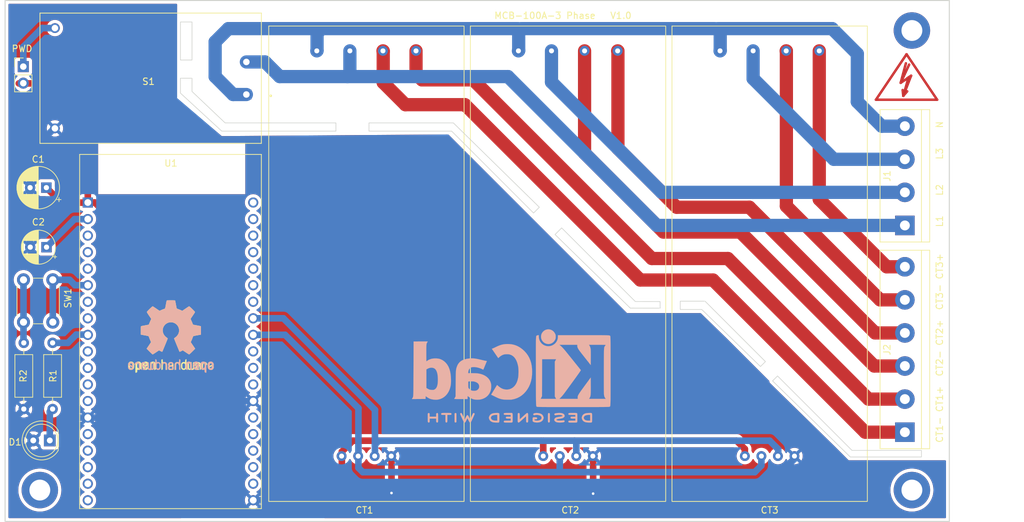
<source format=kicad_pcb>
(kicad_pcb (version 20211014) (generator pcbnew)
  (layers (0 "F.Cu" signal) (31 "B.Cu" signal) (34 "B.Paste" user) (35 "F.Paste" user) (36 "B.SilkS" user "B.Silkscreen") (37 "F.SilkS" user "F.Silkscreen") (38 "B.Mask" user) (39 "F.Mask" user) (44 "Edge.Cuts" user))
  (property "SHEETTOTAL" "2")
  (net 0 "")
  (net 1 "+3.3V")
  (net 2 "GND")
  (net 3 "Net-(C2-Pad1)")
  (net 4 "Net-(D1-Pad1)")
  (net 5 "/N")
  (net 6 "/L1")
  (net 7 "/L2")
  (net 8 "/L3")
  (net 9 "/CT1+")
  (net 10 "/CT1-")
  (net 11 "/CT2+")
  (net 12 "/CT2-")
  (net 13 "/CT3+")
  (net 14 "/CT3-")
  (net 15 "Net-(S1-Pad4)")
  (net 16 "/LED")
  (net 17 "Net-(R2-Pad2)")
  (net 18 "/BOTON")
  (net 40 "RXD2")
  (net 41 "TXD2")
  (net 45 "SDA")
  (net 48 "SCL")
  (footprint "TerminalBlock:TerminalBlock_bornier-4_P5.08mm" (layer "F.Cu") (at 213.73 97.46 90)
    (fp_text reference "J1" (at 7.582 -2.732 90) (layer "F.SilkS"))
    (fp_text value "Aliemtacion AC")
    (pad "1" thru_hole rect (at 0 0 90) (size 3 3) (drill 1.52) (layers *.Cu *.Mask) (net 6 "/L1"))
    (pad "2" thru_hole circle (at 5.08 0 90) (size 3 3) (drill 1.52) (layers *.Cu *.Mask) (net 7 "/L2"))
    (pad "3" thru_hole circle (at 10.16 0 90) (size 3 3) (drill 1.52) (layers *.Cu *.Mask) (net 8 "/L3"))
    (pad "4" thru_hole circle (at 15.24 0 90) (size 3 3) (drill 1.52) (layers *.Cu *.Mask) (net 5 "/N"))
  )
  (footprint "Libs:PZEM04-100A" (layer "F.Cu") (at 131.025333 107.912)
    (fp_text reference "CT1" (at -0.291333 33.274 unlocked) (layer "F.SilkS"))
    (fp_text value "PZEM04-100A")
    (pad "1" thru_hole circle (at -3.796 24.968) (size 1.524 1.524) (drill 0.762) (layers *.Mask "F.Cu" "In1.Cu" "B.Cu") (net 1 "+3.3V"))
    (pad "2" thru_hole circle (at -1.256 24.968) (size 1.524 1.524) (drill 0.762) (layers *.Mask "F.Cu" "In1.Cu" "B.Cu") (net 41 "TXD2"))
    (pad "3" thru_hole circle (at 1.284 24.968) (size 1.524 1.524) (drill 0.762) (layers *.Mask "F.Cu" "In1.Cu" "B.Cu") (net 40 "RXD2"))
    (pad "4" thru_hole circle (at 3.824 24.968) (size 1.524 1.524) (drill 0.762) (layers *.Mask "F.Cu" "In1.Cu" "B.Cu") (net 2 "GND"))
    (pad "5" thru_hole circle (at 7.634 -37.262) (size 1.524 1.524) (drill 0.762) (layers *.Mask "F.Cu" "In1.Cu" "B.Cu") (net 9 "/CT1+"))
    (pad "6" thru_hole circle (at 2.554 -37.262) (size 1.524 1.524) (drill 0.762) (layers *.Mask "F.Cu" "In1.Cu" "B.Cu") (net 10 "/CT1-"))
    (pad "7" thru_hole circle (at -2.526 -37.262) (size 1.524 1.524) (drill 0.762) (layers *.Mask "F.Cu" "In1.Cu" "B.Cu") (net 6 "/L1"))
    (pad "8" thru_hole circle (at -7.606 -37.262) (size 1.524 1.524) (drill 0.762) (layers *.Mask "F.Cu" "In1.Cu" "B.Cu") (net 5 "/N"))
  )
  (footprint "LOGO" (layer "F.Cu") (at 130.48 112.992)
    (fp_text reference "G***" hide)
    (fp_text value "LOGO" hide)
  )
  (footprint "Capacitor_THT:CP_Radial_D5.0mm_P2.50mm" (layer "F.Cu") (at 81.915113 100.8 180)
    (fp_text reference "C2" (at 1.25 3.848) (layer "F.SilkS"))
    (fp_text value "10uF")
    (pad "1" thru_hole rect (at 0 0 180) (size 1.6 1.6) (drill 0.8) (layers *.Cu *.Mask) (net 3 "Net-(C2-Pad1)"))
    (pad "2" thru_hole circle (at 2.5 0 180) (size 1.6 1.6) (drill 0.8) (layers *.Cu *.Mask) (net 2 "GND"))
  )
  (footprint "Libs:CONV_HLK-PM03" (layer "F.Cu") (at 97.904 74.854 180)
    (fp_text reference "S1" (at 0.3284 -0.508) (layer "F.SilkS"))
    (fp_text value "HLK-PM03")
    (pad "1" thru_hole rect locked (at -14.7 -2.5 180) (size 1.508 1.508) (drill 1) (layers *.Cu *.Mask) (net 5 "/N"))
    (pad "2" thru_hole circle locked (at -14.7 2.5 180) (size 1.508 1.508) (drill 1) (layers *.Cu *.Mask) (net 6 "/L1"))
    (pad "3" thru_hole circle locked (at 14.7 -7.7 180) (size 1.508 1.508) (drill 1) (layers *.Cu *.Mask) (net 2 "GND"))
    (pad "4" thru_hole circle locked (at 14.7 7.7 180) (size 1.508 1.508) (drill 1) (layers *.Cu *.Mask) (net 15 "Net-(S1-Pad4)"))
  )
  (footprint "Libs:PZEM04-100A" (layer "F.Cu") (at 192.95 107.912)
    (fp_text reference "CT3" (at 0.014 33.274 unlocked) (layer "F.SilkS"))
    (fp_text value "PZEM04-100A")
    (pad "1" thru_hole circle locked (at -3.796 24.968) (size 1.524 1.524) (drill 0.762) (layers *.Mask "F.Cu" "In1.Cu" "B.Cu") (net 1 "+3.3V"))
    (pad "2" thru_hole circle locked (at -1.256 24.968) (size 1.524 1.524) (drill 0.762) (layers *.Mask "F.Cu" "In1.Cu" "B.Cu") (net 41 "TXD2"))
    (pad "3" thru_hole circle locked (at 1.284 24.968) (size 1.524 1.524) (drill 0.762) (layers *.Mask "F.Cu" "In1.Cu" "B.Cu") (net 40 "RXD2"))
    (pad "4" thru_hole circle locked (at 3.824 24.968) (size 1.524 1.524) (drill 0.762) (layers *.Mask "F.Cu" "In1.Cu" "B.Cu") (net 2 "GND"))
    (pad "5" thru_hole circle locked (at 7.634 -37.262) (size 1.524 1.524) (drill 0.762) (layers *.Mask "F.Cu" "In1.Cu" "B.Cu") (net 13 "/CT3+"))
    (pad "6" thru_hole circle locked (at 2.554 -37.262) (size 1.524 1.524) (drill 0.762) (layers *.Mask "F.Cu" "In1.Cu" "B.Cu") (net 14 "/CT3-"))
    (pad "7" thru_hole circle locked (at -2.526 -37.262) (size 1.524 1.524) (drill 0.762) (layers *.Mask "F.Cu" "In1.Cu" "B.Cu") (net 8 "/L3"))
    (pad "8" thru_hole circle locked (at -7.606 -37.262) (size 1.524 1.524) (drill 0.762) (layers *.Mask "F.Cu" "In1.Cu" "B.Cu") (net 5 "/N"))
  )
  (footprint "Libs:MODULE_ESP32-DEVKITC-32D" (layer "F.Cu") (at 100.954 113.702)
    (fp_text reference "U1" (at 0.062 -25.791) (layer "F.SilkS") (effects (font (size 1.000386 1.000386))))
    (fp_text value "ESP32-38Pines")
    (pad "1" thru_hole rect locked (at -12.7 -19.76) (size 1.56 1.56) (drill 1.04) (layers *.Cu *.Mask) (net 1 "+3.3V"))
    (pad "2" thru_hole circle locked (at -12.7 -17.22) (size 1.56 1.56) (drill 1.04) (layers *.Cu *.Mask) (net 3 "Net-(C2-Pad1)"))
    (pad "3" thru_hole circle locked (at -12.7 -14.68) (size 1.56 1.56) (drill 1.04) (layers *.Cu *.Mask))
    (pad "4" thru_hole circle locked (at -12.7 -12.14) (size 1.56 1.56) (drill 1.04) (layers *.Cu *.Mask))
    (pad "5" thru_hole circle locked (at -12.7 -9.6) (size 1.56 1.56) (drill 1.04) (layers *.Cu *.Mask))
    (pad "6" thru_hole circle locked (at -12.7 -7.06) (size 1.56 1.56) (drill 1.04) (layers *.Cu *.Mask) (net 18 "/BOTON"))
    (pad "7" thru_hole circle locked (at -12.7 -4.52) (size 1.56 1.56) (drill 1.04) (layers *.Cu *.Mask))
    (pad "8" thru_hole circle locked (at -12.7 -1.98) (size 1.56 1.56) (drill 1.04) (layers *.Cu *.Mask))
    (pad "9" thru_hole circle locked (at -12.7 0.56) (size 1.56 1.56) (drill 1.04) (layers *.Cu *.Mask) (net 16 "/LED"))
    (pad "10" thru_hole circle locked (at -12.7 3.1) (size 1.56 1.56) (drill 1.04) (layers *.Cu *.Mask))
    (pad "11" thru_hole circle locked (at -12.7 5.64) (size 1.56 1.56) (drill 1.04) (layers *.Cu *.Mask))
    (pad "12" thru_hole circle locked (at -12.7 8.18) (size 1.56 1.56) (drill 1.04) (layers *.Cu *.Mask))
    (pad "13" thru_hole circle locked (at -12.7 10.72) (size 1.56 1.56) (drill 1.04) (layers *.Cu *.Mask))
    (pad "14" thru_hole circle locked (at -12.7 13.26) (size 1.56 1.56) (drill 1.04) (layers *.Cu *.Mask) (net 2 "GND"))
    (pad "15" thru_hole circle locked (at -12.7 15.8) (size 1.56 1.56) (drill 1.04) (layers *.Cu *.Mask))
    (pad "16" thru_hole circle locked (at -12.7 18.34) (size 1.56 1.56) (drill 1.04) (layers *.Cu *.Mask))
    (pad "17" thru_hole circle locked (at -12.7 20.88) (size 1.56 1.56) (drill 1.04) (layers *.Cu *.Mask))
    (pad "18" thru_hole circle locked (at -12.7 23.42) (size 1.56 1.56) (drill 1.04) (layers *.Cu *.Mask))
    (pad "19" thru_hole circle locked (at -12.7 25.96) (size 1.56 1.56) (drill 1.04) (layers *.Cu *.Mask))
    (pad "20" thru_hole circle locked (at 12.7 -19.76) (size 1.56 1.56) (drill 1.04) (layers *.Cu *.Mask))
    (pad "21" thru_hole circle locked (at 12.7 -17.22) (size 1.56 1.56) (drill 1.04) (layers *.Cu *.Mask))
    (pad "22" thru_hole circle locked (at 12.7 -14.68) (size 1.56 1.56) (drill 1.04) (layers *.Cu *.Mask))
    (pad "23" thru_hole circle locked (at 12.7 -12.14) (size 1.56 1.56) (drill 1.04) (layers *.Cu *.Mask))
    (pad "24" thru_hole circle locked (at 12.7 -9.6) (size 1.56 1.56) (drill 1.04) (layers *.Cu *.Mask))
    (pad "25" thru_hole circle locked (at 12.7 -7.06) (size 1.56 1.56) (drill 1.04) (layers *.Cu *.Mask))
    (pad "26" thru_hole circle locked (at 12.7 -4.52) (size 1.56 1.56) (drill 1.04) (layers *.Cu *.Mask))
    (pad "27" thru_hole circle locked (at 12.7 -1.98) (size 1.56 1.56) (drill 1.04) (layers *.Cu *.Mask) (net 40 "RXD2"))
    (pad "28" thru_hole circle locked (at 12.7 0.56) (size 1.56 1.56) (drill 1.04) (layers *.Cu *.Mask) (net 41 "TXD2"))
    (pad "29" thru_hole circle locked (at 12.7 3.1) (size 1.56 1.56) (drill 1.04) (layers *.Cu *.Mask))
    (pad "30" thru_hole circle locked (at 12.7 5.64) (size 1.56 1.56) (drill 1.04) (layers *.Cu *.Mask))
    (pad "31" thru_hole circle locked (at 12.7 8.18) (size 1.56 1.56) (drill 1.04) (layers *.Cu *.Mask))
    (pad "32" thru_hole circle locked (at 12.7 10.72) (size 1.56 1.56) (drill 1.04) (layers *.Cu *.Mask) (net 2 "GND"))
    (pad "33" thru_hole circle locked (at 12.7 13.26) (size 1.56 1.56) (drill 1.04) (layers *.Cu *.Mask) (net 45 "SDA"))
    (pad "34" thru_hole circle locked (at 12.7 15.8) (size 1.56 1.56) (drill 1.04) (layers *.Cu *.Mask))
    (pad "35" thru_hole circle locked (at 12.7 18.34) (size 1.56 1.56) (drill 1.04) (layers *.Cu *.Mask))
    (pad "36" thru_hole circle locked (at 12.7 20.88) (size 1.56 1.56) (drill 1.04) (layers *.Cu *.Mask) (net 48 "SCL"))
    (pad "37" thru_hole circle locked (at 12.7 23.42) (size 1.56 1.56) (drill 1.04) (layers *.Cu *.Mask))
    (pad "38" thru_hole circle locked (at 12.7 25.96) (size 1.56 1.56) (drill 1.04) (layers *.Cu *.Mask) (net 2 "GND"))
  )
  (footprint "Button_Switch_THT:SW_PUSH_6mm_H4.3mm" (layer "F.Cu") (at 82.878 105.81 -90)
    (fp_text reference "SW1" (at 2.826 -2.328 90) (layer "F.SilkS"))
    (fp_text value "Button")
    (pad "1" thru_hole circle (at 0 0) (size 2 2) (drill 1.1) (layers *.Cu *.Mask) (net 18 "/BOTON"))
    (pad "1" thru_hole circle (at 6.5 0) (size 2 2) (drill 1.1) (layers *.Cu *.Mask) (net 18 "/BOTON"))
    (pad "2" thru_hole circle (at 6.5 4.5) (size 2 2) (drill 1.1) (layers *.Cu *.Mask) (net 17 "Net-(R2-Pad2)"))
    (pad "2" thru_hole circle (at 0 4.5) (size 2 2) (drill 1.1) (layers *.Cu *.Mask) (net 17 "Net-(R2-Pad2)"))
  )
  (footprint "TerminalBlock:TerminalBlock_bornier-6_P5.08mm" (layer "F.Cu") (at 213.73 129.21 90)
    (fp_text reference "J2" (at 12.662 -2.732 90) (layer "F.SilkS"))
    (fp_text value "Bobinas")
    (pad "1" thru_hole rect (at 0 0 90) (size 3 3) (drill 1.52) (layers *.Cu *.Mask) (net 10 "/CT1-"))
    (pad "2" thru_hole circle (at 5.08 0 90) (size 3 3) (drill 1.52) (layers *.Cu *.Mask) (net 9 "/CT1+"))
    (pad "3" thru_hole circle (at 10.16 0 90) (size 3 3) (drill 1.52) (layers *.Cu *.Mask) (net 12 "/CT2-"))
    (pad "4" thru_hole circle (at 15.24 0 90) (size 3 3) (drill 1.52) (layers *.Cu *.Mask) (net 11 "/CT2+"))
    (pad "5" thru_hole circle (at 20.32 0 90) (size 3 3) (drill 1.52) (layers *.Cu *.Mask) (net 14 "/CT3-"))
    (pad "6" thru_hole circle (at 25.4 0 90) (size 3 3) (drill 1.52) (layers *.Cu *.Mask) (net 13 "/CT3+"))
  )
  (footprint "Resistor_THT:R_Axial_DIN0207_L6.3mm_D2.5mm_P10.16mm_Horizontal" (layer "F.Cu") (at 78.424 125.654 90)
    (fp_text reference "R2" (at 5.08 -0.076 90) (layer "F.SilkS"))
    (fp_text value "10kΩ")
    (pad "1" thru_hole circle (at 0 0 90) (size 1.6 1.6) (drill 0.8) (layers *.Cu *.Mask) (net 2 "GND"))
    (pad "2" thru_hole oval (at 10.16 0 90) (size 1.6 1.6) (drill 0.8) (layers *.Cu *.Mask) (net 17 "Net-(R2-Pad2)"))
  )
  (footprint "Capacitor_THT:CP_Radial_D6.3mm_P2.50mm" (layer "F.Cu") (at 81.89238 91.656 180)
    (fp_text reference "C1" (at 1.25 4.356) (layer "F.SilkS"))
    (fp_text value "100uF")
    (pad "1" thru_hole rect (at 0 0 180) (size 1.6 1.6) (drill 0.8) (layers *.Cu *.Mask) (net 1 "+3.3V"))
    (pad "2" thru_hole circle (at 2.5 0 180) (size 1.6 1.6) (drill 0.8) (layers *.Cu *.Mask) (net 2 "GND"))
  )
  (footprint "Connector_PinHeader_2.54mm:PinHeader_1x02_P2.54mm_Vertical" (layer "F.Cu") (at 78.348 73.071)
    (fp_text reference "P1" hide)
    (fp_text value "Header 2")
    (pad "1" thru_hole rect (at 0 0) (size 1.7 1.7) (drill 1) (layers *.Cu *.Mask) (net 15 "Net-(S1-Pad4)"))
    (pad "2" thru_hole oval (at 0 2.54) (size 1.7 1.7) (drill 1) (layers *.Cu *.Mask) (net 1 "+3.3V"))
  )
  (footprint "Symbol:Symbol_HighVoltage_Type2_CopperTop_VerySmall" (layer "F.Cu") (at 213.984 75.362)
    (fp_text reference "REF**" hide)
    (fp_text value "Symbol_HighVoltage_Type2_CopperTop_VerySmall")
    (fp_line (start -0.09906 -2.79908) (end -0.89916 0.20066) (layer "F.Cu") (width 0.381))
    (fp_line (start -0.89916 0.20066) (end 0.40132 -2.60096) (layer "F.Cu") (width 0.381))
    (fp_line (start -0.49784 2.19964) (end -0.59944 1.30048) (layer "F.Cu") (width 0.381))
    (fp_line (start -4.699 2.794) (end 0 -4.191) (layer "F.Cu") (width 0.381))
    (fp_line (start -0.89916 0.20066) (end 0.29972 -0.59944) (layer "F.Cu") (width 0.381))
    (fp_line (start 4.699 2.794) (end -4.699 2.794) (layer "F.Cu") (width 0.381))
    (fp_line (start 0 -4.191) (end 4.699 2.794) (layer "F.Cu") (width 0.381))
    (fp_line (start -0.49784 2.19964) (end 0.70104 -0.89916) (layer "F.Cu") (width 0.381))
    (fp_line (start 0.29972 -0.59944) (end -0.49784 2.19964) (layer "F.Cu") (width 0.381))
    (fp_line (start 0.70104 -0.89916) (end 0.1016 -0.50038) (layer "F.Cu") (width 0.381))
    (fp_line (start -0.49784 2.19964) (end 0.1016 1.50114) (layer "F.Cu") (width 0.381))
  )
  (footprint "MountingHole:MountingHole_3.2mm_M3_DIN965_Pad" (layer "F.Cu") (at 214.808 138.1)
    (fp_text reference "H4" hide)
    (fp_text value "MountingHole" hide)
    (pad "1" thru_hole circle (at 0 0) (size 5.6 5.6) (drill 3.2) (layers *.Cu *.Mask))
  )
  (footprint "MountingHole:MountingHole_3.2mm_M3_DIN965_Pad" (layer "F.Cu") (at 214.808 67.526)
    (fp_text reference "H2" hide)
    (fp_text value "MountingHole" hide)
    (pad "1" thru_hole circle (at 0 0) (size 5.6 5.6) (drill 3.2) (layers *.Cu *.Mask))
  )
  (footprint "MountingHole:MountingHole_3.2mm_M3_DIN965_Pad" (layer "F.Cu") (at 80.888 138.1)
    (fp_text reference "H3" hide)
    (fp_text value "MountingHole" hide)
    (pad "1" thru_hole circle (at 0 0) (size 5.6 5.6) (drill 3.2) (layers *.Cu *.Mask))
  )
  (footprint "Libs:PZEM04-100A" (layer "F.Cu") (at 161.987666 107.912)
    (fp_text reference "CT2" (at 0.36 33.274 unlocked) (layer "F.SilkS"))
    (fp_text value "PZEM04-100A")
    (pad "1" thru_hole circle locked (at -3.796 24.968) (size 1.524 1.524) (drill 0.762) (layers *.Mask "F.Cu" "In1.Cu" "B.Cu") (net 1 "+3.3V"))
    (pad "2" thru_hole circle locked (at -1.256 24.968) (size 1.524 1.524) (drill 0.762) (layers *.Mask "F.Cu" "In1.Cu" "B.Cu") (net 41 "TXD2"))
    (pad "3" thru_hole circle locked (at 1.284 24.968) (size 1.524 1.524) (drill 0.762) (layers *.Mask "F.Cu" "In1.Cu" "B.Cu") (net 40 "RXD2"))
    (pad "4" thru_hole circle locked (at 3.824 24.968) (size 1.524 1.524) (drill 0.762) (layers *.Mask "F.Cu" "In1.Cu" "B.Cu") (net 2 "GND"))
    (pad "5" thru_hole circle locked (at 7.634 -37.262) (size 1.524 1.524) (drill 0.762) (layers *.Mask "F.Cu" "In1.Cu" "B.Cu") (net 11 "/CT2+"))
    (pad "6" thru_hole circle locked (at 2.554 -37.262) (size 1.524 1.524) (drill 0.762) (layers *.Mask "F.Cu" "In1.Cu" "B.Cu") (net 12 "/CT2-"))
    (pad "7" thru_hole circle locked (at -2.526 -37.262) (size 1.524 1.524) (drill 0.762) (layers *.Mask "F.Cu" "In1.Cu" "B.Cu") (net 7 "/L2"))
    (pad "8" thru_hole circle locked (at -7.606 -37.262) (size 1.524 1.524) (drill 0.762) (layers *.Mask "F.Cu" "In1.Cu" "B.Cu") (net 5 "/N"))
  )
  (footprint "LED_THT:LED_D5.0mm" (layer "F.Cu") (at 82.417 130.48 180)
    (fp_text reference "D1" (at 5.339 -0.254) (layer "F.SilkS"))
    (fp_text value "LED")
    (pad "1" thru_hole rect (at 0 0 180) (size 1.8 1.8) (drill 0.9) (layers *.Cu *.Mask) (net 4 "Net-(D1-Pad1)"))
    (pad "2" thru_hole circle (at 2.54 0 180) (size 1.8 1.8) (drill 0.9) (layers *.Cu *.Mask) (net 2 "GND"))
  )
  (footprint "Symbol:OSHW-Logo2_14.6x12mm_SilkScreen" (layer "F.Cu") (at 101.016 114.516)
    (fp_text reference "REF**" hide)
    (fp_text value "OSHW-Logo2_14.6x12mm_SilkScreen" hide)
  )
  (footprint "Resistor_THT:R_Axial_DIN0207_L6.3mm_D2.5mm_P10.16mm_Horizontal" (layer "F.Cu") (at 82.848 125.654 90)
    (fp_text reference "R1" (at 5.08 0.072 90) (layer "F.SilkS"))
    (fp_text value "330Ω")
    (pad "1" thru_hole circle (at 0 0 90) (size 1.6 1.6) (drill 0.8) (layers *.Cu *.Mask) (net 4 "Net-(D1-Pad1)"))
    (pad "2" thru_hole oval (at 10.16 0 90) (size 1.6 1.6) (drill 0.8) (layers *.Cu *.Mask) (net 16 "/LED"))
  )
  (footprint "Symbol:KiCad-Logo2_12mm_SilkScreen" (layer "B.Cu") (at 153.292893 119.341106 180)
    (fp_text reference "REF**" hide)
    (fp_text value "KiCad-Logo2_12mm_SilkScreen" hide)
  )
  (footprint "Symbol:OSHW-Logo2_14.6x12mm_SilkScreen" (layer "B.Cu") (at 101.016 114.516 180)
    (fp_text reference "REF**" hide)
    (fp_text value "OSHW-Logo2_14.6x12mm_SilkScreen" hide)
  )
  (gr_poly (pts (xy 192.31354 118.366855) (xy 191.55154 119.128855) (xy 182.53454 110.365855) (xy 179.23254 110.365855) (xy 179.23254 109.095855) (xy 183.04254 109.095855)) (layer "Edge.Cuts") (width 0.1) (fill none))
  (gr_poly (pts (xy 104.256 76.886) (xy 109.336 81.712) (xy 126.354 81.712) (xy 126.354 82.982) (xy 108.828 82.982) (xy 102.478 77.14) (xy 102.478 74.854) (xy 104.256 74.854)) (layer "Edge.Cuts") (width 0.1) (fill none))
  (gr_poly (pts (xy 172.327234 109.142454) (xy 176.137291 109.150369) (xy 176.148861 110.168145) (xy 171.566 110.16) (xy 160.009 98.857) (xy 161.025 97.841)) (layer "Edge.Cuts") (width 0.1) (fill none))
  (gr_poly (pts (xy 157.596 94.666) (xy 156.707 95.555) (xy 144.134 82.982) (xy 131.434 82.982) (xy 131.434 81.712) (xy 144.388 81.712)) (layer "Edge.Cuts") (width 0.1) (fill none))
  (gr_rect (start 75.554 62.916) (end 220.554 142.916) (layer "Edge.Cuts") (width 0.15) (fill none))
  (gr_poly (pts (xy 104.256 72.06) (xy 102.478 72.06) (xy 102.478 66.218) (xy 104.256 66.218)) (layer "Edge.Cuts") (width 0.1) (fill none))
  (gr_poly (pts (xy 205.602 132.004) (xy 216.27 132.004) (xy 216.27 133.02) (xy 205.348 133.02) (xy 193.41 121.336) (xy 194.172 120.574)) (layer "Edge.Cuts") (width 0.1) (fill none))
  (gr_text "MCB-100A-3 Phase   V1.0" (at 161.214 65.24) (layer "F.SilkS") (effects (font (size 1 1))))
  (gr_text "PWD" (at 78.156 70.32) (layer "F.SilkS") (effects (font (size 1 1))))
  (gr_text "L1    L2     L3    N" (at 219.064 89.586 90) (layer "F.SilkS") (effects (font (size 1 1))))
  (gr_text "CT1- CT1+  CT2- CT2+  CT3- CT3+" (at 219.064 116.294 90) (layer "F.SilkS") (effects (font (size 1 1))))
  (segment (start 84.19238 93.956) (end 81.89238 91.656) (width 1.016) (layer "F.Cu") (net 1))
  (segment (start 128.956 130.518) (end 157.912 130.518) (width 1.016) (layer "F.Cu") (net 1))
  (segment (start 92.126 96.736) (end 92.126 130.264) (width 1.016) (layer "F.Cu") (net 1))
  (segment (start 158.191666 132.88) (end 158.191666 130.543666) (width 1.016) (layer "F.Cu") (net 1))
  (segment (start 127.271333 138.044667) (end 127.271333 132.202667) (width 1.016) (layer "F.Cu") (net 1))
  (segment (start 89.332 93.942) (end 92.126 96.736) (width 1.016) (layer "F.Cu") (net 1))
  (segment (start 88.254 80.404) (end 83.499 75.649) (width 1.016) (layer "F.Cu") (net 1))
  (segment (start 88.254 93.956) (end 84.19238 93.956) (width 1.016) (layer "F.Cu") (net 1))
  (segment (start 158.191666 130.543666) (end 158.166 130.518) (width 1.016) (layer "F.Cu") (net 1))
  (segment (start 88.254 93.956) (end 88.254 80.404) (width 1.016) (layer "F.Cu") (net 1))
  (segment (start 157.912 130.518) (end 158.166 130.772) (width 1.016) (layer "F.Cu") (net 1))
  (segment (start 103.556 141.694) (end 123.622 141.694) (width 1.016) (layer "F.Cu") (net 1))
  (segment (start 123.622 141.694) (end 127.271333 138.044667) (width 1.016) (layer "F.Cu") (net 1))
  (segment (start 187.884 130.518) (end 189.154 131.788) (width 1.016) (layer "F.Cu") (net 1))
  (segment (start 88.254 93.942) (end 89.332 93.942) (width 1.016) (layer "F.Cu") (net 1))
  (segment (start 158.166 130.518) (end 187.884 130.518) (width 1.016) (layer "F.Cu") (net 1))
  (segment (start 189.154 131.788) (end 189.154 132.88) (width 1.016) (layer "F.Cu") (net 1))
  (segment (start 83.499 75.649) (end 77.662 75.649) (width 1.016) (layer "F.Cu") (net 1))
  (segment (start 127.271333 132.202667) (end 128.956 130.518) (width 1.016) (layer "F.Cu") (net 1))
  (segment (start 92.126 130.264) (end 103.556 141.694) (width 1.016) (layer "F.Cu") (net 1))
  (segment (start 134.891333 138.552667) (end 134.891333 132.922) (width 1.016) (layer "F.Cu") (net 2))
  (segment (start 165.853666 138.646) (end 165.853666 132.922) (width 1.016) (layer "F.Cu") (net 2))
  (via (at 134.891333 138.552667) (size 0.8) (drill 0.4) (layers "F.Cu" "B.Cu") (net 2))
  (via (at 165.853666 138.646) (size 0.8) (drill 0.4) (layers "F.Cu" "B.Cu") (net 2))
  (segment (start 85.46 134.036) (end 81.142 134.036) (width 1.016) (layer "B.Cu") (net 2))
  (segment (start 105.728 126.976) (end 108.268 124.436) (width 1.016) (layer "B.Cu") (net 2))
  (segment (start 78.856 131.501) (end 79.872 130.485) (width 1.016) (layer "B.Cu") (net 2))
  (segment (start 83.094 82.554) (end 79.39238 86.25562) (width 1.016) (layer "B.Cu") (net 2))
  (segment (start 78.856 131.75) (end 78.856 131.501) (width 1.016) (layer "B.Cu") (net 2))
  (segment (start 102.022 126.976) (end 105.728 126.976) (width 1.016) (layer "B.Cu") (net 2))
  (segment (start 79.39238 91.656) (end 79.39238 100.777267) (width 1.016) (layer "B.Cu") (net 2))
  (segment (start 80.634 123.444) (end 78.424 125.654) (width 1.016) (layer "B.Cu") (net 2))
  (segment (start 117.272 138.646) (end 116.256 139.662) (width 1.016) (layer "B.Cu") (net 2))
  (segment (start 78.424 125.654) (end 77.078 127) (width 1.016) (layer "B.Cu") (net 2))
  (segment (start 80.634 102.60933) (end 80.634 123.444) (width 1.016) (layer "B.Cu") (net 2))
  (segment (start 85.46 127.686) (end 85.46 134.036) (width 1.016) (layer "B.Cu") (net 2))
  (segment (start 81.142 134.036) (end 78.856 131.75) (width 1.016) (layer "B.Cu") (net 2))
  (segment (start 102.022 126.976) (end 86.17 126.976) (width 1.016) (layer "B.Cu") (net 2))
  (segment (start 134.984666 138.646) (end 134.891333 138.552667) (width 1.016) (layer "B.Cu") (net 2))
  (segment (start 191.44 138.646) (end 196.774 133.312) (width 1.016) (layer "B.Cu") (net 2))
  (segment (start 79.415113 101.390443) (end 80.634 102.60933) (width 1.016) (layer "B.Cu") (net 2))
  (segment (start 86.17 126.976) (end 85.46 127.686) (width 1.016) (layer "B.Cu") (net 2))
  (segment (start 116.256 139.662) (end 113.654 139.662) (width 1.016) (layer "B.Cu") (net 2))
  (segment (start 165.853666 138.646) (end 191.44 138.646) (width 1.016) (layer "B.Cu") (net 2))
  (segment (start 79.415113 100.8) (end 79.415113 101.390443) (width 1.016) (layer "B.Cu") (net 2))
  (segment (start 108.268 124.436) (end 113.654 124.436) (width 1.016) (layer "B.Cu") (net 2))
  (segment (start 77.078 127) (end 77.078 127.686) (width 1.016) (layer "B.Cu") (net 2))
  (segment (start 196.774 133.312) (end 196.774 132.88) (width 1.016) (layer "B.Cu") (net 2))
  (segment (start 77.078 127.686) (end 79.872 130.48) (width 1.016) (layer "B.Cu") (net 2))
  (segment (start 134.798 138.646) (end 117.272 138.646) (width 1.016) (layer "B.Cu") (net 2))
  (segment (start 165.853666 138.646) (end 134.984666 138.646) (width 1.016) (layer "B.Cu") (net 2))
  (segment (start 134.891333 138.552667) (end 134.798 138.646) (width 1.016) (layer "B.Cu") (net 2))
  (segment (start 79.39238 86.25562) (end 79.39238 91.656) (width 1.016) (layer "B.Cu") (net 2))
  (segment (start 86.219113 96.496) (end 81.915113 100.8) (width 1.016) (layer "B.Cu") (net 3))
  (segment (start 88.254 96.496) (end 86.219113 96.496) (width 1.016) (layer "B.Cu") (net 3))
  (segment (start 82.848 125.654) (end 82.417 126.085) (width 1.016) (layer "B.Cu") (net 4))
  (segment (start 82.417 126.085) (end 82.417 130.48) (width 1.016) (layer "B.Cu") (net 4))
  (segment (start 154.381666 70.65) (end 154.423666 70.608) (width 2.032) (layer "B.Cu") (net 5))
  (segment (start 109.844 67.234) (end 107.812 69.266) (width 2.032) (layer "B.Cu") (net 5))
  (segment (start 154.206 67.234) (end 124.168 67.234) (width 2.032) (layer "B.Cu") (net 5))
  (segment (start 154.423666 70.608) (end 154.423666 67.451666) (width 2.032) (layer "B.Cu") (net 5))
  (segment (start 185.372 70.622) (end 185.372 67.578) (width 2.032) (layer "B.Cu") (net 5))
  (segment (start 123.461333 67.940667) (end 124.168 67.234) (width 2.032) (layer "B.Cu") (net 5))
  (segment (start 110.566 77.354) (end 112.606 77.354) (width 2.032) (layer "B.Cu") (net 5))
  (segment (start 206.426 71.106) (end 202.554 67.234) (width 2.032) (layer "B.Cu") (net 5))
  (segment (start 202.554 67.234) (end 185.028 67.234) (width 2.032) (layer "B.Cu") (net 5))
  (segment (start 107.812 69.266) (end 107.812 74.6) (width 2.032) (layer "B.Cu") (net 5))
  (segment (start 107.812 74.6) (end 110.566 77.354) (width 2.032) (layer "B.Cu") (net 5))
  (segment (start 213.222 82.22) (end 210.174 82.22) (width 2.032) (layer "B.Cu") (net 5))
  (segment (start 123.419333 70.65) (end 123.461333 70.608) (width 2.032) (layer "B.Cu") (net 5))
  (segment (start 124.168 67.234) (end 109.844 67.234) (width 2.032) (layer "B.Cu") (net 5))
  (segment (start 185.344 70.65) (end 185.372 70.622) (width 2.032) (layer "B.Cu") (net 5))
  (segment (start 123.461333 70.608) (end 123.461333 67.940667) (width 2.032) (layer "B.Cu") (net 5))
  (segment (start 210.174 82.22) (end 206.426 78.472) (width 2.032) (layer "B.Cu") (net 5))
  (segment (start 154.423666 67.451666) (end 154.206 67.234) (width 2.032) (layer "B.Cu") (net 5))
  (segment (start 206.426 78.472) (end 206.426 71.106) (width 2.032) (layer "B.Cu") (net 5))
  (segment (start 184.52 67.234) (end 154.802 67.234) (width 2.032) (layer "B.Cu") (net 5))
  (segment (start 152.77 74.6) (end 117.718 74.6) (width 2.032) (layer "B.Cu") (net 6))
  (segment (start 128.499333 74.232667) (end 128.499333 70.65) (width 2.032) (layer "B.Cu") (net 6))
  (segment (start 128.132 74.6) (end 128.499333 74.232667) (width 2.032) (layer "B.Cu") (net 6))
  (segment (start 117.718 74.6) (end 115.472 72.354) (width 2.032) (layer "B.Cu") (net 6))
  (segment (start 175.63 97.46) (end 152.77 74.6) (width 2.032) (layer "B.Cu") (net 6))
  (segment (start 213.222 97.46) (end 175.63 97.46) (width 2.032) (layer "B.Cu") (net 6))
  (segment (start 115.472 72.354) (end 112.606 72.354) (width 2.032) (layer "B.Cu") (net 6))
  (segment (start 159.461666 75.449666) (end 159.461666 70.65) (width 2.032) (layer "B.Cu") (net 7))
  (segment (start 176.392 92.38) (end 159.461666 75.449666) (width 2.032) (layer "B.Cu") (net 7))
  (segment (start 213.222 92.38) (end 176.392 92.38) (width 2.032) (layer "B.Cu") (net 7))
  (segment (start 202.808 87.3) (end 190.424 74.916) (width 2.032) (layer "B.Cu") (net 8))
  (segment (start 213.222 87.3) (end 202.808 87.3) (width 2.032) (layer "B.Cu") (net 8))
  (segment (start 190.424 74.916) (end 190.424 70.65) (width 2.032) (layer "B.Cu") (net 8))
  (segment (start 186.552 102.54) (end 174.868 102.54) (width 2.032) (layer "F.Cu") (net 9))
  (segment (start 147.436 75.108) (end 139.586 75.108) (width 2.032) (layer "F.Cu") (net 9))
  (segment (start 138.659333 74.181333) (end 138.659333 70.65) (width 2.032) (layer "F.Cu") (net 9))
  (segment (start 213.222 124.13) (end 208.142 124.13) (width 2.032) (layer "F.Cu") (net 9))
  (segment (start 174.868 102.54) (end 147.436 75.108) (width 2.032) (layer "F.Cu") (net 9))
  (segment (start 139.586 75.108) (end 138.659333 74.181333) (width 2.032) (layer "F.Cu") (net 9))
  (segment (start 208.142 124.13) (end 186.552 102.54) (width 2.032) (layer "F.Cu") (net 9))
  (segment (start 133.621333 70.692) (end 133.579333 70.65) (width 2.032) (layer "F.Cu") (net 10))
  (segment (start 184.266 105.842) (end 173.09 105.842) (width 2.032) (layer "F.Cu") (net 10))
  (segment (start 133.621333 75.517333) (end 133.621333 70.692) (width 2.032) (layer "F.Cu") (net 10))
  (segment (start 207.634 129.21) (end 184.266 105.842) (width 2.032) (layer "F.Cu") (net 10))
  (segment (start 173.09 105.842) (end 146.166 78.918) (width 2.032) (layer "F.Cu") (net 10))
  (segment (start 146.166 78.918) (end 137.022 78.918) (width 2.032) (layer "F.Cu") (net 10))
  (segment (start 137.022 78.918) (end 133.621333 75.517333) (width 2.032) (layer "F.Cu") (net 10))
  (segment (start 213.222 129.21) (end 207.634 129.21) (width 2.032) (layer "F.Cu") (net 10))
  (segment (start 213.222 113.97) (end 209.158 113.97) (width 2.032) (layer "F.Cu") (net 11))
  (segment (start 169.663666 85.651666) (end 169.663666 70.692) (width 2.032) (layer "F.Cu") (net 11))
  (segment (start 178.678 94.666) (end 169.663666 85.651666) (width 2.032) (layer "F.Cu") (net 11))
  (segment (start 189.854 94.666) (end 178.678 94.666) (width 2.032) (layer "F.Cu") (net 11))
  (segment (start 169.663666 70.692) (end 169.621666 70.65) (width 2.032) (layer "F.Cu") (net 11))
  (segment (start 209.158 113.97) (end 189.854 94.666) (width 2.032) (layer "F.Cu") (net 11))
  (segment (start 188.457 98.476) (end 176.646 98.476) (width 2.032) (layer "F.Cu") (net 12))
  (segment (start 176.646 98.476) (end 164.541666 86.371666) (width 2.032) (layer "F.Cu") (net 12))
  (segment (start 209.031 119.05) (end 188.457 98.476) (width 2.032) (layer "F.Cu") (net 12))
  (segment (start 213.222 119.05) (end 209.031 119.05) (width 2.032) (layer "F.Cu") (net 12))
  (segment (start 164.541666 86.371666) (end 164.541666 70.65) (width 2.032) (layer "F.Cu") (net 12))
  (segment (start 213.222 103.81) (end 210.936 103.81) (width 2.032) (layer "F.Cu") (net 13))
  (segment (start 210.936 103.81) (end 200.584 93.458) (width 2.032) (layer "F.Cu") (net 13))
  (segment (start 200.584 93.458) (end 200.584 70.65) (width 2.032) (layer "F.Cu") (net 13))
  (segment (start 209.92 108.89) (end 195.532 94.502) (width 2.032) (layer "F.Cu") (net 14))
  (segment (start 195.532 94.502) (end 195.532 70.678) (width 2.032) (layer "F.Cu") (net 14))
  (segment (start 213.222 108.89) (end 209.92 108.89) (width 2.032) (layer "F.Cu") (net 14))
  (segment (start 195.532 70.678) (end 195.504 70.65) (width 2.032) (layer "F.Cu") (net 14))
  (segment (start 81.222 67.154) (end 83.206 67.154) (width 1.016) (layer "B.Cu") (net 15))
  (segment (start 78.348 70.028) (end 81.222 67.154) (width 1.016) (layer "B.Cu") (net 15))
  (segment (start 78.348 73.071) (end 78.348 70.028) (width 1.016) (layer "B.Cu") (net 15))
  (segment (start 85.206 115.494) (end 86.476 114.224) (width 1.016) (layer "B.Cu") (net 16))
  (segment (start 82.848 115.494) (end 85.206 115.494) (width 1.016) (layer "B.Cu") (net 16))
  (segment (start 86.476 114.224) (end 88.202 114.224) (width 1.016) (layer "B.Cu") (net 16))
  (segment (start 78.378 105.81) (end 78.378 112.31) (width 1.016) (layer "B.Cu") (net 17))
  (segment (start 78.378 112.31) (end 78.378 115.448) (width 1.016) (layer "B.Cu") (net 17))
  (segment (start 82.878 106.816) (end 82.878 105.81) (width 1.016) (layer "B.Cu") (net 18))
  (segment (start 85.452 105.81) (end 82.878 105.81) (width 1.016) (layer "B.Cu") (net 18))
  (segment (start 82.878 112.31) (end 82.878 106.816) (width 1.016) (layer "B.Cu") (net 18))
  (segment (start 88.24 106.642) (end 86.284 106.642) (width 1.016) (layer "B.Cu") (net 18))
  (segment (start 86.284 106.642) (end 85.452 105.81) (width 1.016) (layer "B.Cu") (net 18))
  (segment (start 132.351333 125.785333) (end 132.351333 131.119333) (width 1.016) (layer "B.Cu") (net 40))
  (segment (start 132.952666 130.518) (end 132.351333 131.119333) (width 1.016) (layer "B.Cu") (net 40))
  (segment (start 132.351333 131.119333) (end 132.351333 132.838) (width 1.016) (layer "B.Cu") (net 40))
  (segment (start 118.288 111.722) (end 132.351333 125.785333) (width 1.016) (layer "B.Cu") (net 40))
  (segment (start 163.271666 130.797666) (end 162.992 130.518) (width 1.016) (layer "B.Cu") (net 40))
  (segment (start 113.654 111.722) (end 118.288 111.722) (width 1.016) (layer "B.Cu") (net 40))
  (segment (start 162.992 130.518) (end 132.952666 130.518) (width 1.016) (layer "B.Cu") (net 40))
  (segment (start 194.276 131.83) (end 192.964 130.518) (width 1.016) (layer "B.Cu") (net 40))
  (segment (start 192.964 130.518) (end 162.992 130.518) (width 1.016) (layer "B.Cu") (net 40))
  (segment (start 194.276 132.846) (end 194.276 131.83) (width 1.016) (layer "B.Cu") (net 40))
  (segment (start 163.271666 132.88) (end 163.271666 130.797666) (width 1.016) (layer "B.Cu") (net 40))
  (segment (start 160.731666 135.064334) (end 160.452 135.344) (width 1.016) (layer "B.Cu") (net 41))
  (segment (start 190.678 135.344) (end 160.452 135.344) (width 1.016) (layer "B.Cu") (net 41))
  (segment (start 191.694 134.328) (end 190.678 135.344) (width 1.016) (layer "B.Cu") (net 41))
  (segment (start 160.452 135.344) (end 130.48 135.344) (width 1.016) (layer "B.Cu") (net 41))
  (segment (start 129.811333 125.531333) (end 118.542 114.262) (width 1.016) (layer "B.Cu") (net 41))
  (segment (start 130.48 135.344) (end 129.811333 134.675333) (width 1.016) (layer "B.Cu") (net 41))
  (segment (start 160.731666 132.88) (end 160.731666 135.064334) (width 1.016) (layer "B.Cu") (net 41))
  (segment (start 191.694 132.88) (end 191.694 134.328) (width 1.016) (layer "B.Cu") (net 41))
  (segment (start 118.542 114.262) (end 113.654 114.262) (width 1.016) (layer "B.Cu") (net 41))
  (segment (start 129.811333 134.675333) (end 129.811333 125.531333) (width 1.016) (layer "B.Cu") (net 41))
  (zone (net 0) (net_name "") (layers F&B.Cu) (name "WifiProtection") (connect_pads (clearance 0)) (min_thickness 0.254)
    (keepout (tracks not_allowed) (vias not_allowed) (pads not_allowed) (copperpour not_allowed) (footprints allowed))
    (fill (thermal_gap 0.508) (thermal_bridge_width 0.508))
    (polygon (pts (xy 108.89 84.798) (xy 112.446 84.798) (xy 112.446 92.672) (xy 89.84 92.672) (xy 89.84 84.798) (xy 99.238 84.798)))
  )
  (zone (net 0) (net_name "") (layer "F.Cu") (connect_pads (clearance 0.508)) (min_thickness 0.254) (fill yes (thermal_gap 0.508) (thermal_bridge_width 0.508) (smoothing fillet) (radius 0.5))
    (polygon (pts (xy 101.89277 77.98274) (xy 108.828 83.744) (xy 143.626 83.49) (xy 171.058 110.922) (xy 182.488 110.922) (xy 205.094 133.528) (xy 220.334 133.528) (xy 220.334 142.418) (xy 75.554 142.418) (xy 75.554 63.17) (xy 101.97 62.954)))
  )
  (zone (net 2) (net_name "GND") (layer "B.Cu") (connect_pads (clearance 0.508)) (min_thickness 0.254) (fill yes (thermal_gap 0.508) (thermal_bridge_width 0.508) (smoothing fillet))
    (polygon (pts (xy 101.97 77.902) (xy 108.828 83.744) (xy 143.626 83.49) (xy 171.058 110.922) (xy 182.488 110.922) (xy 205.094 133.528) (xy 220.334 133.528) (xy 220.334 142.418) (xy 75.554 142.418) (xy 75.3 62.916) (xy 101.97 63.17)))
  )
)
</source>
